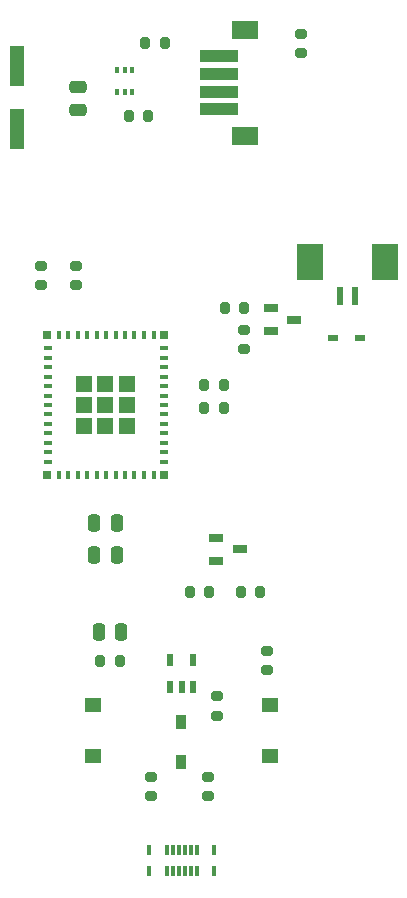
<source format=gbr>
%TF.GenerationSoftware,KiCad,Pcbnew,8.0.8*%
%TF.CreationDate,2025-03-31T21:39:45-04:00*%
%TF.ProjectId,vindriktrning-esp32-s3,76696e64-7269-46b7-9472-6e696e672d65,rev?*%
%TF.SameCoordinates,Original*%
%TF.FileFunction,Paste,Top*%
%TF.FilePolarity,Positive*%
%FSLAX46Y46*%
G04 Gerber Fmt 4.6, Leading zero omitted, Abs format (unit mm)*
G04 Created by KiCad (PCBNEW 8.0.8) date 2025-03-31 21:39:45*
%MOMM*%
%LPD*%
G01*
G04 APERTURE LIST*
G04 Aperture macros list*
%AMRoundRect*
0 Rectangle with rounded corners*
0 $1 Rounding radius*
0 $2 $3 $4 $5 $6 $7 $8 $9 X,Y pos of 4 corners*
0 Add a 4 corners polygon primitive as box body*
4,1,4,$2,$3,$4,$5,$6,$7,$8,$9,$2,$3,0*
0 Add four circle primitives for the rounded corners*
1,1,$1+$1,$2,$3*
1,1,$1+$1,$4,$5*
1,1,$1+$1,$6,$7*
1,1,$1+$1,$8,$9*
0 Add four rect primitives between the rounded corners*
20,1,$1+$1,$2,$3,$4,$5,0*
20,1,$1+$1,$4,$5,$6,$7,0*
20,1,$1+$1,$6,$7,$8,$9,0*
20,1,$1+$1,$8,$9,$2,$3,0*%
G04 Aperture macros list end*
%ADD10R,1.360000X1.230000*%
%ADD11RoundRect,0.250000X-0.250000X-0.475000X0.250000X-0.475000X0.250000X0.475000X-0.250000X0.475000X0*%
%ADD12R,3.250000X1.000000*%
%ADD13R,2.300000X1.500000*%
%ADD14RoundRect,0.200000X-0.275000X0.200000X-0.275000X-0.200000X0.275000X-0.200000X0.275000X0.200000X0*%
%ADD15R,0.530000X1.050000*%
%ADD16RoundRect,0.200000X0.275000X-0.200000X0.275000X0.200000X-0.275000X0.200000X-0.275000X-0.200000X0*%
%ADD17RoundRect,0.200000X0.200000X0.275000X-0.200000X0.275000X-0.200000X-0.275000X0.200000X-0.275000X0*%
%ADD18R,1.250000X0.700000*%
%ADD19RoundRect,0.200000X-0.200000X-0.275000X0.200000X-0.275000X0.200000X0.275000X-0.200000X0.275000X0*%
%ADD20R,0.420000X0.600000*%
%ADD21R,0.950000X1.200000*%
%ADD22RoundRect,0.250000X-0.475000X0.250000X-0.475000X-0.250000X0.475000X-0.250000X0.475000X0.250000X0*%
%ADD23R,0.520000X1.600000*%
%ADD24R,2.200000X3.100000*%
%ADD25R,0.350000X0.900000*%
%ADD26R,0.300000X0.900000*%
%ADD27R,0.830000X0.630000*%
%ADD28R,1.200000X3.500000*%
%ADD29R,0.400000X0.800000*%
%ADD30R,0.800000X0.400000*%
%ADD31R,1.450000X1.450000*%
%ADD32R,0.700000X0.700000*%
G04 APERTURE END LIST*
D10*
%TO.C,SW1*%
X94825000Y-141180000D03*
X94825000Y-136820000D03*
%TD*%
D11*
%TO.C,C4*%
X94950000Y-124150000D03*
X96850000Y-124150000D03*
%TD*%
%TO.C,C3*%
X94950000Y-121450000D03*
X96850000Y-121450000D03*
%TD*%
D12*
%TO.C,J1*%
X105510000Y-81925000D03*
X105510000Y-83425000D03*
X105510000Y-84925000D03*
X105510000Y-86425000D03*
D13*
X107750000Y-79675000D03*
X107750000Y-88675000D03*
%TD*%
D14*
%TO.C,R2*%
X112425000Y-80000000D03*
X112425000Y-81650000D03*
%TD*%
D15*
%TO.C,U4*%
X101400000Y-135350000D03*
X102350000Y-135350000D03*
X103300000Y-135350000D03*
X103300000Y-133050000D03*
X101400000Y-133050000D03*
%TD*%
D16*
%TO.C,R5*%
X104600000Y-144575000D03*
X104600000Y-142925000D03*
%TD*%
%TO.C,R1*%
X99800000Y-144575000D03*
X99800000Y-142925000D03*
%TD*%
D17*
%TO.C,R11*%
X97100000Y-133100000D03*
X95450000Y-133100000D03*
%TD*%
%TO.C,R15*%
X109025000Y-127275000D03*
X107375000Y-127275000D03*
%TD*%
D14*
%TO.C,R12*%
X90450000Y-99650000D03*
X90450000Y-101300000D03*
%TD*%
D18*
%TO.C,Q3*%
X105300000Y-122725000D03*
X105300000Y-124625000D03*
X107300000Y-123675000D03*
%TD*%
D17*
%TO.C,R10*%
X105925000Y-111675000D03*
X104275000Y-111675000D03*
%TD*%
D11*
%TO.C,C5*%
X95325000Y-130625000D03*
X97225000Y-130625000D03*
%TD*%
D19*
%TO.C,R9*%
X99275000Y-80800000D03*
X100925000Y-80800000D03*
%TD*%
D20*
%TO.C,Q2*%
X96875000Y-84950000D03*
X97525000Y-84950000D03*
X98175000Y-84950000D03*
X98175000Y-83050000D03*
X97525000Y-83050000D03*
X96875000Y-83050000D03*
%TD*%
D19*
%TO.C,R8*%
X97875000Y-86975000D03*
X99525000Y-86975000D03*
%TD*%
%TO.C,R3*%
X106025000Y-103275000D03*
X107675000Y-103275000D03*
%TD*%
D21*
%TO.C,U2*%
X102325000Y-138275000D03*
X102325000Y-141675000D03*
%TD*%
D17*
%TO.C,R7*%
X105925000Y-109750000D03*
X104275000Y-109750000D03*
%TD*%
D14*
%TO.C,R13*%
X93450000Y-99650000D03*
X93450000Y-101300000D03*
%TD*%
%TO.C,R16*%
X109600000Y-132275000D03*
X109600000Y-133925000D03*
%TD*%
%TO.C,R4*%
X107650000Y-105075000D03*
X107650000Y-106725000D03*
%TD*%
D19*
%TO.C,R14*%
X103025000Y-127300000D03*
X104675000Y-127300000D03*
%TD*%
D22*
%TO.C,C2*%
X93575000Y-84550000D03*
X93575000Y-86450000D03*
%TD*%
D16*
%TO.C,R6*%
X105350000Y-137775000D03*
X105350000Y-136125000D03*
%TD*%
D23*
%TO.C,FAN1*%
X117000000Y-102200000D03*
X115740000Y-102200000D03*
D24*
X113200000Y-99300000D03*
X119550000Y-99300000D03*
%TD*%
D25*
%TO.C,USB1*%
X99625000Y-150925000D03*
D26*
X101125000Y-150925000D03*
X101625000Y-150925000D03*
X102125000Y-150925000D03*
X102625000Y-150925000D03*
X103125000Y-150925000D03*
X103625000Y-150925000D03*
D25*
X105125000Y-150925000D03*
X105125000Y-149125000D03*
D26*
X103625000Y-149125000D03*
X103125000Y-149125000D03*
X102625000Y-149125000D03*
X102125000Y-149125000D03*
X101625000Y-149125000D03*
X101125000Y-149125000D03*
D25*
X99625000Y-149125000D03*
%TD*%
D18*
%TO.C,Q1*%
X109900000Y-103275000D03*
X109900000Y-105175000D03*
X111900000Y-104225000D03*
%TD*%
D27*
%TO.C,U3*%
X117490000Y-105775000D03*
X115210000Y-105775000D03*
%TD*%
D10*
%TO.C,SW2*%
X109825000Y-141180000D03*
X109825000Y-136820000D03*
%TD*%
D28*
%TO.C,C1*%
X88400000Y-82725000D03*
X88400000Y-88065000D03*
%TD*%
D29*
%TO.C,U6*%
X91965000Y-117350000D03*
X92775000Y-117350000D03*
X93575000Y-117350000D03*
X94365000Y-117350000D03*
X95175000Y-117350000D03*
X95965000Y-117350000D03*
X96765000Y-117350000D03*
X97575000Y-117350000D03*
X98365000Y-117350000D03*
X99175000Y-117350000D03*
X99975000Y-117350000D03*
D30*
X100845000Y-116250000D03*
X100845000Y-115450000D03*
X100845000Y-114650000D03*
X100845000Y-113850000D03*
X100845000Y-113050000D03*
X100845000Y-112250000D03*
X100845000Y-111450000D03*
X100845000Y-110650000D03*
X100845000Y-109850000D03*
X100845000Y-109050000D03*
X100845000Y-108250000D03*
X100845000Y-107450000D03*
X100845000Y-106650000D03*
D29*
X99975000Y-105550000D03*
X99175000Y-105550000D03*
X98365000Y-105550000D03*
X97575000Y-105550000D03*
X96765000Y-105550000D03*
X95975000Y-105550000D03*
X95175000Y-105550000D03*
X94365000Y-105550000D03*
X93575000Y-105550000D03*
X92775000Y-105550000D03*
X91965000Y-105550000D03*
D30*
X91045000Y-106650000D03*
X91045000Y-107450000D03*
X91045000Y-108250000D03*
X91045000Y-109050000D03*
X91045000Y-109850000D03*
X91045000Y-110650000D03*
X91045000Y-111450000D03*
X91045000Y-112250000D03*
X91045000Y-113050000D03*
X91045000Y-113850000D03*
X91045000Y-114650000D03*
X91045000Y-115450000D03*
X91045000Y-116250000D03*
D31*
X94095000Y-113230000D03*
X95895000Y-113230000D03*
X97695000Y-113230000D03*
X94095000Y-111430000D03*
X95895000Y-111430000D03*
X97695000Y-111430000D03*
X94095000Y-109630000D03*
X95895000Y-109630000D03*
X97695000Y-109630000D03*
D32*
X90995000Y-105500000D03*
X100895000Y-105500000D03*
X100895000Y-117400000D03*
X90995000Y-117400000D03*
%TD*%
M02*

</source>
